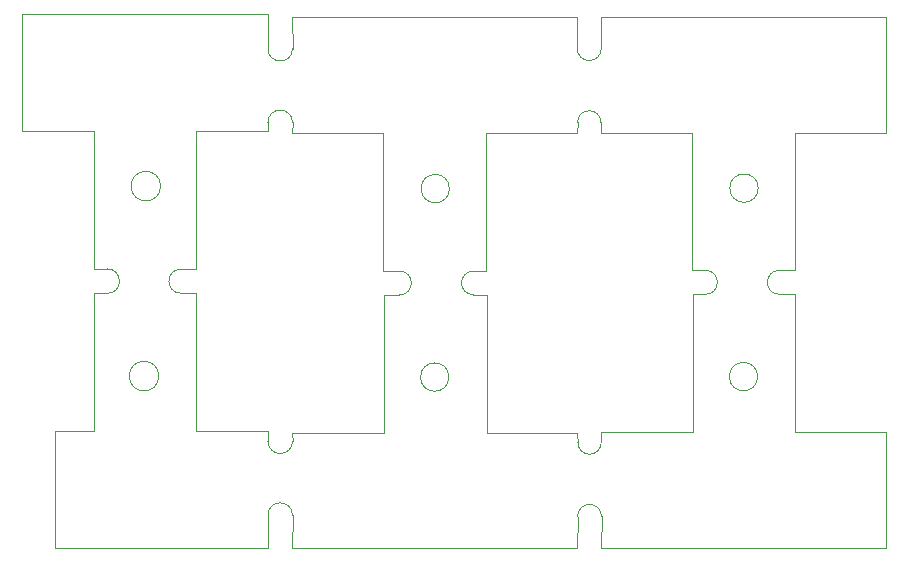
<source format=gbr>
%TF.GenerationSoftware,KiCad,Pcbnew,(6.0.4)*%
%TF.CreationDate,2022-05-23T19:11:52-04:00*%
%TF.ProjectId,wierd mousebites,77696572-6420-46d6-9f75-736562697465,rev?*%
%TF.SameCoordinates,Original*%
%TF.FileFunction,Profile,NP*%
%FSLAX46Y46*%
G04 Gerber Fmt 4.6, Leading zero omitted, Abs format (unit mm)*
G04 Created by KiCad (PCBNEW (6.0.4)) date 2022-05-23 19:11:52*
%MOMM*%
%LPD*%
G01*
G04 APERTURE LIST*
%TA.AperFunction,Profile*%
%ADD10C,0.050000*%
%TD*%
G04 APERTURE END LIST*
D10*
X100096000Y-64809500D02*
X100101400Y-67462400D01*
X98018600Y-67462400D02*
X98018600Y-64516000D01*
X100101400Y-73710800D02*
X100096000Y-74609501D01*
X98018600Y-74422000D02*
X98018600Y-73710800D01*
X90652600Y-88163400D02*
X91922600Y-88177501D01*
X90652600Y-86131400D02*
X91922600Y-86106000D01*
X83286600Y-86106000D02*
X84404200Y-86106000D01*
X84404200Y-88188800D02*
X83286600Y-88177501D01*
X100096000Y-99967500D02*
X100101399Y-100685600D01*
X98018291Y-100711000D02*
X98018600Y-99861501D01*
X98018600Y-109767501D02*
X98018600Y-106959400D01*
X100101400Y-106959400D02*
X100096000Y-109767501D01*
X100101400Y-106959400D02*
G75*
G03*
X98018600Y-106959400I-1041400J0D01*
G01*
X98018291Y-100711000D02*
G75*
G03*
X100101399Y-100685600I1041709J0D01*
G01*
X84404200Y-88188800D02*
G75*
G03*
X84404200Y-86106000I0J1041400D01*
G01*
X90652600Y-86131400D02*
G75*
G03*
X90652600Y-88163400I0J-1016000D01*
G01*
X98018600Y-67462400D02*
G75*
G03*
X100101400Y-67462400I1041400J0D01*
G01*
X100101400Y-73710800D02*
G75*
G03*
X98018600Y-73710800I-1041400J0D01*
G01*
X126263717Y-107061000D02*
X126238000Y-109728001D01*
X124226000Y-109767500D02*
X124231400Y-107086400D01*
X126237999Y-100787200D02*
X126238000Y-99928000D01*
X124256475Y-100812600D02*
X124226000Y-99967499D01*
X141325600Y-86233000D02*
X142626000Y-86233000D01*
X141325600Y-88265000D02*
X142680000Y-88265000D01*
X135051800Y-88265000D02*
X133980000Y-88265000D01*
X135051800Y-86233000D02*
X133926000Y-86233000D01*
X126238000Y-67437000D02*
X126238000Y-64770000D01*
X124226000Y-64809499D02*
X124205683Y-67462400D01*
X126212600Y-73710800D02*
X126238000Y-74570001D01*
X124226000Y-74609500D02*
X124231400Y-73710800D01*
X115417600Y-88290399D02*
X116538000Y-88304500D01*
X115392200Y-86308875D02*
X116484000Y-86272500D01*
X109169200Y-86283800D02*
X107784000Y-86272500D01*
X107838000Y-88304500D02*
X109143800Y-88316117D01*
X124205683Y-67462400D02*
G75*
G03*
X126238000Y-67437000I1016317J0D01*
G01*
X126212600Y-73710800D02*
G75*
G03*
X124231400Y-73710800I-990600J0D01*
G01*
X141325600Y-86233000D02*
G75*
G03*
X141325600Y-88265000I0J-1016000D01*
G01*
X135051800Y-88265000D02*
G75*
G03*
X135051800Y-86233000I0J1016000D01*
G01*
X126263717Y-107061000D02*
G75*
G03*
X124231400Y-107086400I-1016317J0D01*
G01*
X124256475Y-100812600D02*
G75*
G03*
X126237999Y-100787200I990925J0D01*
G01*
X115392200Y-86308875D02*
G75*
G03*
X115417600Y-88290399I0J-990925D01*
G01*
X109143800Y-88316117D02*
G75*
G03*
X109169200Y-86283800I0J1016317D01*
G01*
X100096000Y-99967500D02*
X107838000Y-99967500D01*
X107838000Y-88304500D02*
X107838000Y-99967500D01*
X113338000Y-95267500D02*
G75*
G03*
X113338000Y-95267500I-1200000J0D01*
G01*
X100096000Y-109767501D02*
X124226000Y-109767500D01*
X116538000Y-99967499D02*
X124226000Y-99967499D01*
X116538000Y-99967499D02*
X116538000Y-88304500D01*
X126238000Y-99928000D02*
X133980000Y-99928000D01*
X133980000Y-88265000D02*
X133980000Y-99928000D01*
X150368000Y-99927999D02*
X150368000Y-109728000D01*
X139480000Y-95228000D02*
G75*
G03*
X139480000Y-95228000I-1200000J0D01*
G01*
X126238000Y-109728001D02*
X150368000Y-109728000D01*
X142680000Y-99927999D02*
X150368000Y-99927999D01*
X142680000Y-99927999D02*
X142680000Y-88265000D01*
X124226000Y-74609500D02*
X116484000Y-74609500D01*
X116484000Y-86272500D02*
X116484000Y-74609500D01*
X113384000Y-79309500D02*
G75*
G03*
X113384000Y-79309500I-1200000J0D01*
G01*
X124226000Y-64809499D02*
X100096000Y-64809500D01*
X107784000Y-74609501D02*
X100096000Y-74609501D01*
X107784000Y-74609501D02*
X107784000Y-86272500D01*
X150368000Y-74570000D02*
X142626000Y-74570000D01*
X150368000Y-74570000D02*
X150368000Y-64769999D01*
X150368000Y-64769999D02*
X126238000Y-64770000D01*
X133926000Y-74570001D02*
X126238000Y-74570001D01*
X142626000Y-86233000D02*
X142626000Y-74570000D01*
X133926000Y-74570001D02*
X133926000Y-86233000D01*
X139526000Y-79270000D02*
G75*
G03*
X139526000Y-79270000I-1200000J0D01*
G01*
X98018600Y-99861501D02*
X91922600Y-99861501D01*
X83032600Y-109767501D02*
X98018600Y-109767501D01*
X91922600Y-99861501D02*
X91922600Y-88177501D01*
X83286600Y-88177501D02*
X83286600Y-99861501D01*
X88779042Y-95181501D02*
G75*
G03*
X88779042Y-95181501I-1249999J0D01*
G01*
X83286600Y-99861501D02*
X79984600Y-99861501D01*
X79984600Y-99861501D02*
X79984600Y-109767501D01*
X79984600Y-109767501D02*
X83032600Y-109767501D01*
X77190600Y-64516000D02*
X77190600Y-74422000D01*
X77190600Y-74422000D02*
X83286600Y-74422000D01*
X92176600Y-64516000D02*
X77190600Y-64516000D01*
X83286600Y-74422000D02*
X83286600Y-86106000D01*
X91922600Y-86106000D02*
X91922600Y-74422000D01*
X88930156Y-79102000D02*
G75*
G03*
X88930156Y-79102000I-1249999J0D01*
G01*
X91922600Y-74422000D02*
X98018600Y-74422000D01*
X98018600Y-64516000D02*
X92176600Y-64516000D01*
M02*

</source>
